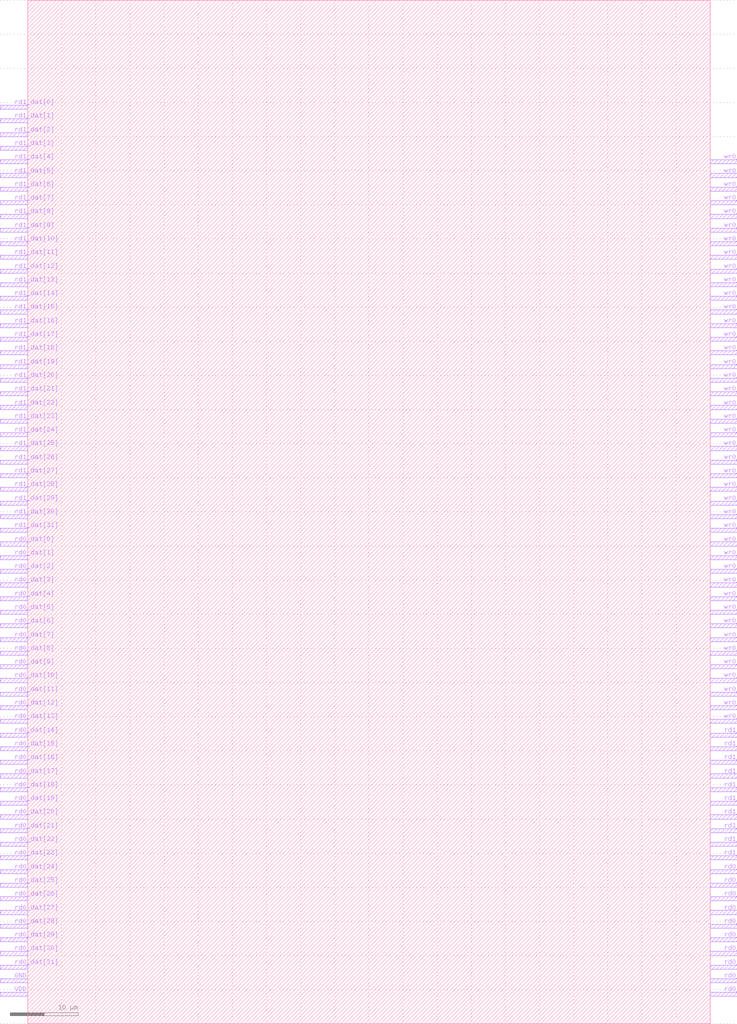
<source format=lef>
VERSION 5.7 ;
  NOWIREEXTENSIONATPIN ON ;
  DIVIDERCHAR "/" ;
  BUSBITCHARS "[]" ;
MACRO toysram_bare_32x32_2r1w
  CLASS BLOCK ;
  FOREIGN toysram_bare_32x32_2r1w ;
  ORIGIN 0.000 0.000 ;
  SIZE 100.000 BY 150.000 ;
  PIN VDD
    DIRECTION INOUT ;
    USE SIGNAL ;
    PORT
      LAYER met3 ;
        RECT -4.000 4.000 0.000 4.600 ;
    END
  END VDD
  PIN GND
    DIRECTION INOUT ;
    USE SIGNAL ;
    PORT
      LAYER met3 ;
        RECT -4.000 6.000 0.000 6.600 ;
    END
  END GND
  PIN rd0_c_na0
    DIRECTION INPUT ;
    USE SIGNAL ;
    PORT
      LAYER met3 ;
        RECT 100.000 4.000 104.000 4.600 ;
    END
  END rd0_c_na0
  PIN rd0_c_a0
    DIRECTION INPUT ;
    USE SIGNAL ;
    PORT
      LAYER met3 ;
        RECT 100.000 6.000 104.000 6.600 ;
    END
  END rd0_c_a0
  PIN rd0_na1_na2
    DIRECTION INPUT ;
    USE SIGNAL ;
    PORT
      LAYER met3 ;
        RECT 100.000 8.000 104.000 8.600 ;
    END
  END rd0_na1_na2
  PIN rd0_na1_a2
    DIRECTION INPUT ;
    USE SIGNAL ;
    PORT
      LAYER met3 ;
        RECT 100.000 10.000 104.000 10.600 ;
    END
  END rd0_na1_a2
  PIN rd0_a1_na2
    DIRECTION INPUT ;
    USE SIGNAL ;
    PORT
      LAYER met3 ;
        RECT 100.000 12.000 104.000 12.600 ;
    END
  END rd0_a1_na2
  PIN rd0_a1_a2
    DIRECTION INPUT ;
    USE SIGNAL ;
    PORT
      LAYER met3 ;
        RECT 100.000 14.000 104.000 14.600 ;
    END
  END rd0_a1_a2
  PIN rd0_na3
    DIRECTION INPUT ;
    USE SIGNAL ;
    PORT
      LAYER met3 ;
        RECT 100.000 16.000 104.000 16.600 ;
    END
  END rd0_na3
  PIN rd0_a3
    DIRECTION INPUT ;
    USE SIGNAL ;
    PORT
      LAYER met3 ;
        RECT 100.000 18.000 104.000 18.600 ;
    END
  END rd0_a3
  PIN rd0_na4
    DIRECTION INPUT ;
    USE SIGNAL ;
    PORT
      LAYER met3 ;
        RECT 100.000 20.000 104.000 20.600 ;
    END
  END rd0_na4
  PIN rd0_a4
    DIRECTION INPUT ;
    USE SIGNAL ;
    PORT
      LAYER met3 ;
        RECT 100.000 22.000 104.000 22.600 ;
    END
  END rd0_a4
  PIN rd1_c_na0
    DIRECTION INPUT ;
    USE SIGNAL ;
    PORT
      LAYER met3 ;
        RECT 100.000 24.000 104.000 24.600 ;
    END
  END rd1_c_na0
  PIN rd1_c_a0
    DIRECTION INPUT ;
    USE SIGNAL ;
    PORT
      LAYER met3 ;
        RECT 100.000 26.000 104.000 26.600 ;
    END
  END rd1_c_a0
  PIN rd1_na1_na2
    DIRECTION INPUT ;
    USE SIGNAL ;
    PORT
      LAYER met3 ;
        RECT 100.000 28.000 104.000 28.600 ;
    END
  END rd1_na1_na2
  PIN rd1_na1_a2
    DIRECTION INPUT ;
    USE SIGNAL ;
    PORT
      LAYER met3 ;
        RECT 100.000 30.000 104.000 30.600 ;
    END
  END rd1_na1_a2
  PIN rd1_a1_na2
    DIRECTION INPUT ;
    USE SIGNAL ;
    PORT
      LAYER met3 ;
        RECT 100.000 32.000 104.000 32.600 ;
    END
  END rd1_a1_na2
  PIN rd1_a1_a2
    DIRECTION INPUT ;
    USE SIGNAL ;
    PORT
      LAYER met3 ;
        RECT 100.000 34.000 104.000 34.600 ;
    END
  END rd1_a1_a2
  PIN rd1_na3
    DIRECTION INPUT ;
    USE SIGNAL ;
    PORT
      LAYER met3 ;
        RECT 100.000 36.000 104.000 36.600 ;
    END
  END rd1_na3
  PIN rd1_a3
    DIRECTION INPUT ;
    USE SIGNAL ;
    PORT
      LAYER met3 ;
        RECT 100.000 38.000 104.000 38.600 ;
    END
  END rd1_a3
  PIN rd1_na4
    DIRECTION INPUT ;
    USE SIGNAL ;
    PORT
      LAYER met3 ;
        RECT 100.000 40.000 104.000 40.600 ;
    END
  END rd1_na4
  PIN rd1_a4
    DIRECTION INPUT ;
    USE SIGNAL ;
    PORT
      LAYER met3 ;
        RECT 100.000 42.000 104.000 42.600 ;
    END
  END rd1_a4
  PIN wr0_c_na0
    DIRECTION INPUT ;
    USE SIGNAL ;
    PORT
      LAYER met3 ;
        RECT 100.000 44.000 104.000 44.600 ;
    END
  END wr0_c_na0
  PIN wr0_c_a0
    DIRECTION INPUT ;
    USE SIGNAL ;
    PORT
      LAYER met3 ;
        RECT 100.000 46.000 104.000 46.600 ;
    END
  END wr0_c_a0
  PIN wr0_na1_na2
    DIRECTION INPUT ;
    USE SIGNAL ;
    PORT
      LAYER met3 ;
        RECT 100.000 48.000 104.000 48.600 ;
    END
  END wr0_na1_na2
  PIN wr0_na1_a2
    DIRECTION INPUT ;
    USE SIGNAL ;
    PORT
      LAYER met3 ;
        RECT 100.000 50.000 104.000 50.600 ;
    END
  END wr0_na1_a2
  PIN wr0_a1_na2
    DIRECTION INPUT ;
    USE SIGNAL ;
    PORT
      LAYER met3 ;
        RECT 100.000 52.000 104.000 52.600 ;
    END
  END wr0_a1_na2
  PIN wr0_a1_a2
    DIRECTION INPUT ;
    USE SIGNAL ;
    PORT
      LAYER met3 ;
        RECT 100.000 54.000 104.000 54.600 ;
    END
  END wr0_a1_a2
  PIN wr0_na3
    DIRECTION INPUT ;
    USE SIGNAL ;
    PORT
      LAYER met3 ;
        RECT 100.000 56.000 104.000 56.600 ;
    END
  END wr0_na3
  PIN wr0_a3
    DIRECTION INPUT ;
    USE SIGNAL ;
    PORT
      LAYER met3 ;
        RECT 100.000 58.000 104.000 58.600 ;
    END
  END wr0_a3
  PIN wr0_na4
    DIRECTION INPUT ;
    USE SIGNAL ;
    PORT
      LAYER met3 ;
        RECT 100.000 60.000 104.000 60.600 ;
    END
  END wr0_na4
  PIN wr0_a4
    DIRECTION INPUT ;
    USE SIGNAL ;
    PORT
      LAYER met3 ;
        RECT 100.000 62.000 104.000 62.600 ;
    END
  END wr0_a4
  PIN rd0_dat[31]
    DIRECTION OUTPUT TRISTATE ;
    USE SIGNAL ;
    PORT
      LAYER met3 ;
        RECT -4.000 8.000 0.000 8.600 ;
    END
  END rd0_dat[31]
  PIN rd0_dat[30]
    DIRECTION OUTPUT TRISTATE ;
    USE SIGNAL ;
    PORT
      LAYER met3 ;
        RECT -4.000 10.000 0.000 10.600 ;
    END
  END rd0_dat[30]
  PIN rd0_dat[29]
    DIRECTION OUTPUT TRISTATE ;
    USE SIGNAL ;
    PORT
      LAYER met3 ;
        RECT -4.000 12.000 0.000 12.600 ;
    END
  END rd0_dat[29]
  PIN rd0_dat[28]
    DIRECTION OUTPUT TRISTATE ;
    USE SIGNAL ;
    PORT
      LAYER met3 ;
        RECT -4.000 14.000 0.000 14.600 ;
    END
  END rd0_dat[28]
  PIN rd0_dat[27]
    DIRECTION OUTPUT TRISTATE ;
    USE SIGNAL ;
    PORT
      LAYER met3 ;
        RECT -4.000 16.000 0.000 16.600 ;
    END
  END rd0_dat[27]
  PIN rd0_dat[26]
    DIRECTION OUTPUT TRISTATE ;
    USE SIGNAL ;
    PORT
      LAYER met3 ;
        RECT -4.000 18.000 0.000 18.600 ;
    END
  END rd0_dat[26]
  PIN rd0_dat[25]
    DIRECTION OUTPUT TRISTATE ;
    USE SIGNAL ;
    PORT
      LAYER met3 ;
        RECT -4.000 20.000 0.000 20.600 ;
    END
  END rd0_dat[25]
  PIN rd0_dat[24]
    DIRECTION OUTPUT TRISTATE ;
    USE SIGNAL ;
    PORT
      LAYER met3 ;
        RECT -4.000 22.000 0.000 22.600 ;
    END
  END rd0_dat[24]
  PIN rd0_dat[23]
    DIRECTION OUTPUT TRISTATE ;
    USE SIGNAL ;
    PORT
      LAYER met3 ;
        RECT -4.000 24.000 0.000 24.600 ;
    END
  END rd0_dat[23]
  PIN rd0_dat[22]
    DIRECTION OUTPUT TRISTATE ;
    USE SIGNAL ;
    PORT
      LAYER met3 ;
        RECT -4.000 26.000 0.000 26.600 ;
    END
  END rd0_dat[22]
  PIN rd0_dat[21]
    DIRECTION OUTPUT TRISTATE ;
    USE SIGNAL ;
    PORT
      LAYER met3 ;
        RECT -4.000 28.000 0.000 28.600 ;
    END
  END rd0_dat[21]
  PIN rd0_dat[20]
    DIRECTION OUTPUT TRISTATE ;
    USE SIGNAL ;
    PORT
      LAYER met3 ;
        RECT -4.000 30.000 0.000 30.600 ;
    END
  END rd0_dat[20]
  PIN rd0_dat[19]
    DIRECTION OUTPUT TRISTATE ;
    USE SIGNAL ;
    PORT
      LAYER met3 ;
        RECT -4.000 32.000 0.000 32.600 ;
    END
  END rd0_dat[19]
  PIN rd0_dat[18]
    DIRECTION OUTPUT TRISTATE ;
    USE SIGNAL ;
    PORT
      LAYER met3 ;
        RECT -4.000 34.000 0.000 34.600 ;
    END
  END rd0_dat[18]
  PIN rd0_dat[17]
    DIRECTION OUTPUT TRISTATE ;
    USE SIGNAL ;
    PORT
      LAYER met3 ;
        RECT -4.000 36.000 0.000 36.600 ;
    END
  END rd0_dat[17]
  PIN rd0_dat[16]
    DIRECTION OUTPUT TRISTATE ;
    USE SIGNAL ;
    PORT
      LAYER met3 ;
        RECT -4.000 38.000 0.000 38.600 ;
    END
  END rd0_dat[16]
  PIN rd0_dat[15]
    DIRECTION OUTPUT TRISTATE ;
    USE SIGNAL ;
    PORT
      LAYER met3 ;
        RECT -4.000 40.000 0.000 40.600 ;
    END
  END rd0_dat[15]
  PIN rd0_dat[14]
    DIRECTION OUTPUT TRISTATE ;
    USE SIGNAL ;
    PORT
      LAYER met3 ;
        RECT -4.000 42.000 0.000 42.600 ;
    END
  END rd0_dat[14]
  PIN rd0_dat[13]
    DIRECTION OUTPUT TRISTATE ;
    USE SIGNAL ;
    PORT
      LAYER met3 ;
        RECT -4.000 44.000 0.000 44.600 ;
    END
  END rd0_dat[13]
  PIN rd0_dat[12]
    DIRECTION OUTPUT TRISTATE ;
    USE SIGNAL ;
    PORT
      LAYER met3 ;
        RECT -4.000 46.000 0.000 46.600 ;
    END
  END rd0_dat[12]
  PIN rd0_dat[11]
    DIRECTION OUTPUT TRISTATE ;
    USE SIGNAL ;
    PORT
      LAYER met3 ;
        RECT -4.000 48.000 0.000 48.600 ;
    END
  END rd0_dat[11]
  PIN rd0_dat[10]
    DIRECTION OUTPUT TRISTATE ;
    USE SIGNAL ;
    PORT
      LAYER met3 ;
        RECT -4.000 50.000 0.000 50.600 ;
    END
  END rd0_dat[10]
  PIN rd0_dat[9]
    DIRECTION OUTPUT TRISTATE ;
    USE SIGNAL ;
    PORT
      LAYER met3 ;
        RECT -4.000 52.000 0.000 52.600 ;
    END
  END rd0_dat[9]
  PIN rd0_dat[8]
    DIRECTION OUTPUT TRISTATE ;
    USE SIGNAL ;
    PORT
      LAYER met3 ;
        RECT -4.000 54.000 0.000 54.600 ;
    END
  END rd0_dat[8]
  PIN rd0_dat[7]
    DIRECTION OUTPUT TRISTATE ;
    USE SIGNAL ;
    PORT
      LAYER met3 ;
        RECT -4.000 56.000 0.000 56.600 ;
    END
  END rd0_dat[7]
  PIN rd0_dat[6]
    DIRECTION OUTPUT TRISTATE ;
    USE SIGNAL ;
    PORT
      LAYER met3 ;
        RECT -4.000 58.000 0.000 58.600 ;
    END
  END rd0_dat[6]
  PIN rd0_dat[5]
    DIRECTION OUTPUT TRISTATE ;
    USE SIGNAL ;
    PORT
      LAYER met3 ;
        RECT -4.000 60.000 0.000 60.600 ;
    END
  END rd0_dat[5]
  PIN rd0_dat[4]
    DIRECTION OUTPUT TRISTATE ;
    USE SIGNAL ;
    PORT
      LAYER met3 ;
        RECT -4.000 62.000 0.000 62.600 ;
    END
  END rd0_dat[4]
  PIN rd0_dat[3]
    DIRECTION OUTPUT TRISTATE ;
    USE SIGNAL ;
    PORT
      LAYER met3 ;
        RECT -4.000 64.000 0.000 64.600 ;
    END
  END rd0_dat[3]
  PIN rd0_dat[2]
    DIRECTION OUTPUT TRISTATE ;
    USE SIGNAL ;
    PORT
      LAYER met3 ;
        RECT -4.000 66.000 0.000 66.600 ;
    END
  END rd0_dat[2]
  PIN rd0_dat[1]
    DIRECTION OUTPUT TRISTATE ;
    USE SIGNAL ;
    PORT
      LAYER met3 ;
        RECT -4.000 68.000 0.000 68.600 ;
    END
  END rd0_dat[1]
  PIN rd0_dat[0]
    DIRECTION OUTPUT TRISTATE ;
    USE SIGNAL ;
    PORT
      LAYER met3 ;
        RECT -4.000 70.000 0.000 70.600 ;
    END
  END rd0_dat[0]
  PIN rd1_dat[31]
    DIRECTION OUTPUT TRISTATE ;
    USE SIGNAL ;
    PORT
      LAYER met3 ;
        RECT -4.000 72.000 0.000 72.600 ;
    END
  END rd1_dat[31]
  PIN rd1_dat[30]
    DIRECTION OUTPUT TRISTATE ;
    USE SIGNAL ;
    PORT
      LAYER met3 ;
        RECT -4.000 74.000 0.000 74.600 ;
    END
  END rd1_dat[30]
  PIN rd1_dat[29]
    DIRECTION OUTPUT TRISTATE ;
    USE SIGNAL ;
    PORT
      LAYER met3 ;
        RECT -4.000 76.000 0.000 76.600 ;
    END
  END rd1_dat[29]
  PIN rd1_dat[28]
    DIRECTION OUTPUT TRISTATE ;
    USE SIGNAL ;
    PORT
      LAYER met3 ;
        RECT -4.000 78.000 0.000 78.600 ;
    END
  END rd1_dat[28]
  PIN rd1_dat[27]
    DIRECTION OUTPUT TRISTATE ;
    USE SIGNAL ;
    PORT
      LAYER met3 ;
        RECT -4.000 80.000 0.000 80.600 ;
    END
  END rd1_dat[27]
  PIN rd1_dat[26]
    DIRECTION OUTPUT TRISTATE ;
    USE SIGNAL ;
    PORT
      LAYER met3 ;
        RECT -4.000 82.000 0.000 82.600 ;
    END
  END rd1_dat[26]
  PIN rd1_dat[25]
    DIRECTION OUTPUT TRISTATE ;
    USE SIGNAL ;
    PORT
      LAYER met3 ;
        RECT -4.000 84.000 0.000 84.600 ;
    END
  END rd1_dat[25]
  PIN rd1_dat[24]
    DIRECTION OUTPUT TRISTATE ;
    USE SIGNAL ;
    PORT
      LAYER met3 ;
        RECT -4.000 86.000 0.000 86.600 ;
    END
  END rd1_dat[24]
  PIN rd1_dat[23]
    DIRECTION OUTPUT TRISTATE ;
    USE SIGNAL ;
    PORT
      LAYER met3 ;
        RECT -4.000 88.000 0.000 88.600 ;
    END
  END rd1_dat[23]
  PIN rd1_dat[22]
    DIRECTION OUTPUT TRISTATE ;
    USE SIGNAL ;
    PORT
      LAYER met3 ;
        RECT -4.000 90.000 0.000 90.600 ;
    END
  END rd1_dat[22]
  PIN rd1_dat[21]
    DIRECTION OUTPUT TRISTATE ;
    USE SIGNAL ;
    PORT
      LAYER met3 ;
        RECT -4.000 92.000 0.000 92.600 ;
    END
  END rd1_dat[21]
  PIN rd1_dat[20]
    DIRECTION OUTPUT TRISTATE ;
    USE SIGNAL ;
    PORT
      LAYER met3 ;
        RECT -4.000 94.000 0.000 94.600 ;
    END
  END rd1_dat[20]
  PIN rd1_dat[19]
    DIRECTION OUTPUT TRISTATE ;
    USE SIGNAL ;
    PORT
      LAYER met3 ;
        RECT -4.000 96.000 0.000 96.600 ;
    END
  END rd1_dat[19]
  PIN rd1_dat[18]
    DIRECTION OUTPUT TRISTATE ;
    USE SIGNAL ;
    PORT
      LAYER met3 ;
        RECT -4.000 98.000 0.000 98.600 ;
    END
  END rd1_dat[18]
  PIN rd1_dat[17]
    DIRECTION OUTPUT TRISTATE ;
    USE SIGNAL ;
    PORT
      LAYER met3 ;
        RECT -4.000 100.000 0.000 100.600 ;
    END
  END rd1_dat[17]
  PIN rd1_dat[16]
    DIRECTION OUTPUT TRISTATE ;
    USE SIGNAL ;
    PORT
      LAYER met3 ;
        RECT -4.000 102.000 0.000 102.600 ;
    END
  END rd1_dat[16]
  PIN rd1_dat[15]
    DIRECTION OUTPUT TRISTATE ;
    USE SIGNAL ;
    PORT
      LAYER met3 ;
        RECT -4.000 104.000 0.000 104.600 ;
    END
  END rd1_dat[15]
  PIN rd1_dat[14]
    DIRECTION OUTPUT TRISTATE ;
    USE SIGNAL ;
    PORT
      LAYER met3 ;
        RECT -4.000 106.000 0.000 106.600 ;
    END
  END rd1_dat[14]
  PIN rd1_dat[13]
    DIRECTION OUTPUT TRISTATE ;
    USE SIGNAL ;
    PORT
      LAYER met3 ;
        RECT -4.000 108.000 0.000 108.600 ;
    END
  END rd1_dat[13]
  PIN rd1_dat[12]
    DIRECTION OUTPUT TRISTATE ;
    USE SIGNAL ;
    PORT
      LAYER met3 ;
        RECT -4.000 110.000 0.000 110.600 ;
    END
  END rd1_dat[12]
  PIN rd1_dat[11]
    DIRECTION OUTPUT TRISTATE ;
    USE SIGNAL ;
    PORT
      LAYER met3 ;
        RECT -4.000 112.000 0.000 112.600 ;
    END
  END rd1_dat[11]
  PIN rd1_dat[10]
    DIRECTION OUTPUT TRISTATE ;
    USE SIGNAL ;
    PORT
      LAYER met3 ;
        RECT -4.000 114.000 0.000 114.600 ;
    END
  END rd1_dat[10]
  PIN rd1_dat[9]
    DIRECTION OUTPUT TRISTATE ;
    USE SIGNAL ;
    PORT
      LAYER met3 ;
        RECT -4.000 116.000 0.000 116.600 ;
    END
  END rd1_dat[9]
  PIN rd1_dat[8]
    DIRECTION OUTPUT TRISTATE ;
    USE SIGNAL ;
    PORT
      LAYER met3 ;
        RECT -4.000 118.000 0.000 118.600 ;
    END
  END rd1_dat[8]
  PIN rd1_dat[7]
    DIRECTION OUTPUT TRISTATE ;
    USE SIGNAL ;
    PORT
      LAYER met3 ;
        RECT -4.000 120.000 0.000 120.600 ;
    END
  END rd1_dat[7]
  PIN rd1_dat[6]
    DIRECTION OUTPUT TRISTATE ;
    USE SIGNAL ;
    PORT
      LAYER met3 ;
        RECT -4.000 122.000 0.000 122.600 ;
    END
  END rd1_dat[6]
  PIN rd1_dat[5]
    DIRECTION OUTPUT TRISTATE ;
    USE SIGNAL ;
    PORT
      LAYER met3 ;
        RECT -4.000 124.000 0.000 124.600 ;
    END
  END rd1_dat[5]
  PIN rd1_dat[4]
    DIRECTION OUTPUT TRISTATE ;
    USE SIGNAL ;
    PORT
      LAYER met3 ;
        RECT -4.000 126.000 0.000 126.600 ;
    END
  END rd1_dat[4]
  PIN rd1_dat[3]
    DIRECTION OUTPUT TRISTATE ;
    USE SIGNAL ;
    PORT
      LAYER met3 ;
        RECT -4.000 128.000 0.000 128.600 ;
    END
  END rd1_dat[3]
  PIN rd1_dat[2]
    DIRECTION OUTPUT TRISTATE ;
    USE SIGNAL ;
    PORT
      LAYER met3 ;
        RECT -4.000 130.000 0.000 130.600 ;
    END
  END rd1_dat[2]
  PIN rd1_dat[1]
    DIRECTION OUTPUT TRISTATE ;
    USE SIGNAL ;
    PORT
      LAYER met3 ;
        RECT -4.000 132.000 0.000 132.600 ;
    END
  END rd1_dat[1]
  PIN rd1_dat[0]
    DIRECTION OUTPUT TRISTATE ;
    USE SIGNAL ;
    PORT
      LAYER met3 ;
        RECT -4.000 134.000 0.000 134.600 ;
    END
  END rd1_dat[0]
  PIN wr0_dat[31]
    DIRECTION INPUT ;
    USE SIGNAL ;
    PORT
      LAYER met3 ;
        RECT 100.000 64.000 104.000 64.600 ;
    END
  END wr0_dat[31]
  PIN wr0_dat[30]
    DIRECTION INPUT ;
    USE SIGNAL ;
    PORT
      LAYER met3 ;
        RECT 100.000 66.000 104.000 66.600 ;
    END
  END wr0_dat[30]
  PIN wr0_dat[29]
    DIRECTION INPUT ;
    USE SIGNAL ;
    PORT
      LAYER met3 ;
        RECT 100.000 68.000 104.000 68.600 ;
    END
  END wr0_dat[29]
  PIN wr0_dat[28]
    DIRECTION INPUT ;
    USE SIGNAL ;
    PORT
      LAYER met3 ;
        RECT 100.000 70.000 104.000 70.600 ;
    END
  END wr0_dat[28]
  PIN wr0_dat[27]
    DIRECTION INPUT ;
    USE SIGNAL ;
    PORT
      LAYER met3 ;
        RECT 100.000 72.000 104.000 72.600 ;
    END
  END wr0_dat[27]
  PIN wr0_dat[26]
    DIRECTION INPUT ;
    USE SIGNAL ;
    PORT
      LAYER met3 ;
        RECT 100.000 74.000 104.000 74.600 ;
    END
  END wr0_dat[26]
  PIN wr0_dat[25]
    DIRECTION INPUT ;
    USE SIGNAL ;
    PORT
      LAYER met3 ;
        RECT 100.000 76.000 104.000 76.600 ;
    END
  END wr0_dat[25]
  PIN wr0_dat[24]
    DIRECTION INPUT ;
    USE SIGNAL ;
    PORT
      LAYER met3 ;
        RECT 100.000 78.000 104.000 78.600 ;
    END
  END wr0_dat[24]
  PIN wr0_dat[23]
    DIRECTION INPUT ;
    USE SIGNAL ;
    PORT
      LAYER met3 ;
        RECT 100.000 80.000 104.000 80.600 ;
    END
  END wr0_dat[23]
  PIN wr0_dat[22]
    DIRECTION INPUT ;
    USE SIGNAL ;
    PORT
      LAYER met3 ;
        RECT 100.000 82.000 104.000 82.600 ;
    END
  END wr0_dat[22]
  PIN wr0_dat[21]
    DIRECTION INPUT ;
    USE SIGNAL ;
    PORT
      LAYER met3 ;
        RECT 100.000 84.000 104.000 84.600 ;
    END
  END wr0_dat[21]
  PIN wr0_dat[20]
    DIRECTION INPUT ;
    USE SIGNAL ;
    PORT
      LAYER met3 ;
        RECT 100.000 86.000 104.000 86.600 ;
    END
  END wr0_dat[20]
  PIN wr0_dat[19]
    DIRECTION INPUT ;
    USE SIGNAL ;
    PORT
      LAYER met3 ;
        RECT 100.000 88.000 104.000 88.600 ;
    END
  END wr0_dat[19]
  PIN wr0_dat[18]
    DIRECTION INPUT ;
    USE SIGNAL ;
    PORT
      LAYER met3 ;
        RECT 100.000 90.000 104.000 90.600 ;
    END
  END wr0_dat[18]
  PIN wr0_dat[17]
    DIRECTION INPUT ;
    USE SIGNAL ;
    PORT
      LAYER met3 ;
        RECT 100.000 92.000 104.000 92.600 ;
    END
  END wr0_dat[17]
  PIN wr0_dat[16]
    DIRECTION INPUT ;
    USE SIGNAL ;
    PORT
      LAYER met3 ;
        RECT 100.000 94.000 104.000 94.600 ;
    END
  END wr0_dat[16]
  PIN wr0_dat[15]
    DIRECTION INPUT ;
    USE SIGNAL ;
    PORT
      LAYER met3 ;
        RECT 100.000 96.000 104.000 96.600 ;
    END
  END wr0_dat[15]
  PIN wr0_dat[14]
    DIRECTION INPUT ;
    USE SIGNAL ;
    PORT
      LAYER met3 ;
        RECT 100.000 98.000 104.000 98.600 ;
    END
  END wr0_dat[14]
  PIN wr0_dat[13]
    DIRECTION INPUT ;
    USE SIGNAL ;
    PORT
      LAYER met3 ;
        RECT 100.000 100.000 104.000 100.600 ;
    END
  END wr0_dat[13]
  PIN wr0_dat[12]
    DIRECTION INPUT ;
    USE SIGNAL ;
    PORT
      LAYER met3 ;
        RECT 100.000 102.000 104.000 102.600 ;
    END
  END wr0_dat[12]
  PIN wr0_dat[11]
    DIRECTION INPUT ;
    USE SIGNAL ;
    PORT
      LAYER met3 ;
        RECT 100.000 104.000 104.000 104.600 ;
    END
  END wr0_dat[11]
  PIN wr0_dat[10]
    DIRECTION INPUT ;
    USE SIGNAL ;
    PORT
      LAYER met3 ;
        RECT 100.000 106.000 104.000 106.600 ;
    END
  END wr0_dat[10]
  PIN wr0_dat[9]
    DIRECTION INPUT ;
    USE SIGNAL ;
    PORT
      LAYER met3 ;
        RECT 100.000 108.000 104.000 108.600 ;
    END
  END wr0_dat[9]
  PIN wr0_dat[8]
    DIRECTION INPUT ;
    USE SIGNAL ;
    PORT
      LAYER met3 ;
        RECT 100.000 110.000 104.000 110.600 ;
    END
  END wr0_dat[8]
  PIN wr0_dat[7]
    DIRECTION INPUT ;
    USE SIGNAL ;
    PORT
      LAYER met3 ;
        RECT 100.000 112.000 104.000 112.600 ;
    END
  END wr0_dat[7]
  PIN wr0_dat[6]
    DIRECTION INPUT ;
    USE SIGNAL ;
    PORT
      LAYER met3 ;
        RECT 100.000 114.000 104.000 114.600 ;
    END
  END wr0_dat[6]
  PIN wr0_dat[5]
    DIRECTION INPUT ;
    USE SIGNAL ;
    PORT
      LAYER met3 ;
        RECT 100.000 116.000 104.000 116.600 ;
    END
  END wr0_dat[5]
  PIN wr0_dat[4]
    DIRECTION INPUT ;
    USE SIGNAL ;
    PORT
      LAYER met3 ;
        RECT 100.000 118.000 104.000 118.600 ;
    END
  END wr0_dat[4]
  PIN wr0_dat[3]
    DIRECTION INPUT ;
    USE SIGNAL ;
    PORT
      LAYER met3 ;
        RECT 100.000 120.000 104.000 120.600 ;
    END
  END wr0_dat[3]
  PIN wr0_dat[2]
    DIRECTION INPUT ;
    USE SIGNAL ;
    PORT
      LAYER met3 ;
        RECT 100.000 122.000 104.000 122.600 ;
    END
  END wr0_dat[2]
  PIN wr0_dat[1]
    DIRECTION INPUT ;
    USE SIGNAL ;
    PORT
      LAYER met3 ;
        RECT 100.000 124.000 104.000 124.600 ;
    END
  END wr0_dat[1]
  PIN wr0_dat[0]
    DIRECTION INPUT ;
    USE SIGNAL ;
    PORT
      LAYER met3 ;
        RECT 100.000 126.000 104.000 126.600 ;
    END
  END wr0_dat[0]
END toysram_bare_32x32_2r1w
END LIBRARY


</source>
